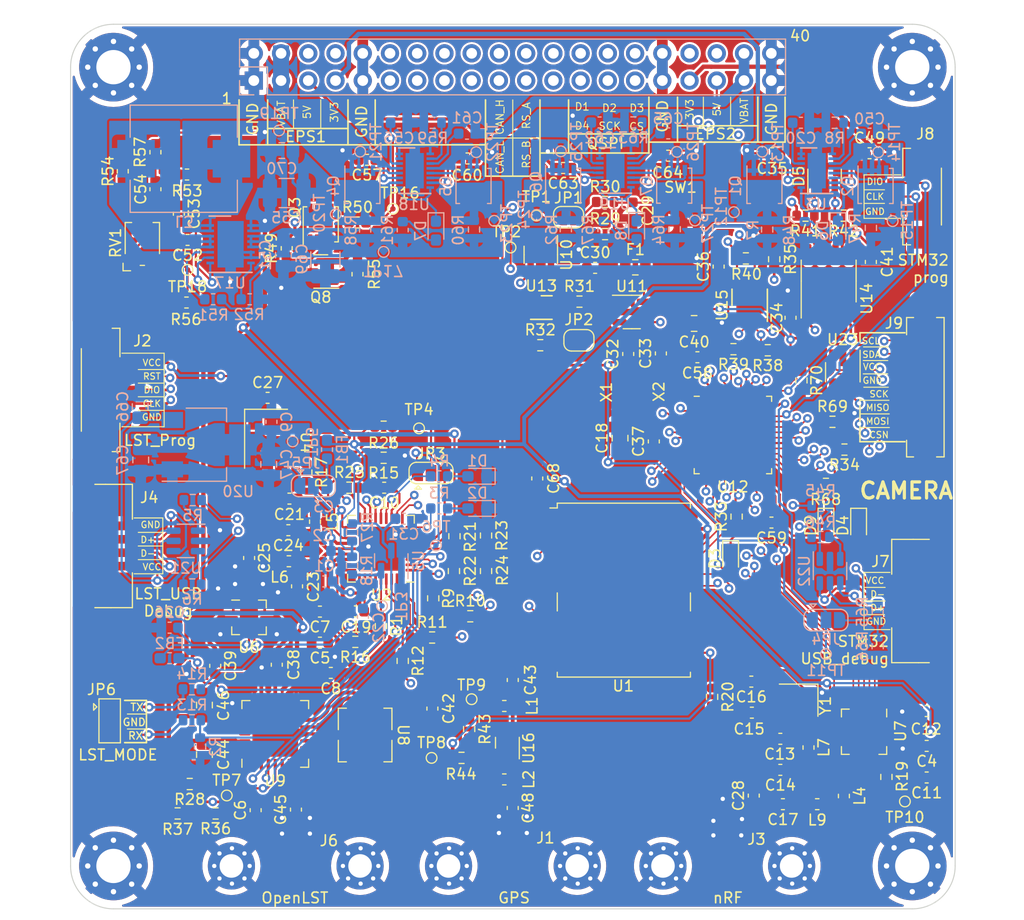
<source format=kicad_pcb>
(kicad_pcb (version 20211014) (generator pcbnew)

  (general
    (thickness 0.986)
  )

  (paper "A4")
  (layers
    (0 "F.Cu" power)
    (1 "In1.Cu" mixed)
    (2 "In2.Cu" mixed)
    (31 "B.Cu" power)
    (32 "B.Adhes" user "B.Adhesive")
    (33 "F.Adhes" user "F.Adhesive")
    (34 "B.Paste" user)
    (35 "F.Paste" user)
    (36 "B.SilkS" user "B.Silkscreen")
    (37 "F.SilkS" user "F.Silkscreen")
    (38 "B.Mask" user)
    (39 "F.Mask" user)
    (40 "Dwgs.User" user "User.Drawings")
    (41 "Cmts.User" user "User.Comments")
    (42 "Eco1.User" user "User.Eco1")
    (43 "Eco2.User" user "User.Eco2")
    (44 "Edge.Cuts" user)
    (45 "Margin" user)
    (46 "B.CrtYd" user "B.Courtyard")
    (47 "F.CrtYd" user "F.Courtyard")
    (48 "B.Fab" user)
    (49 "F.Fab" user)
    (50 "User.1" user)
    (51 "User.2" user)
    (52 "User.3" user)
    (53 "User.4" user)
    (54 "User.5" user)
    (55 "User.6" user)
    (56 "User.7" user)
    (57 "User.8" user)
    (58 "User.9" user)
  )

  (setup
    (stackup
      (layer "F.SilkS" (type "Top Silk Screen"))
      (layer "F.Paste" (type "Top Solder Paste"))
      (layer "F.Mask" (type "Top Solder Mask") (thickness 0.01))
      (layer "F.Cu" (type "copper") (thickness 0.018))
      (layer "dielectric 1" (type "core") (thickness 0.175) (material "FR4") (epsilon_r 4.5) (loss_tangent 0.02))
      (layer "In1.Cu" (type "copper") (thickness 0.035))
      (layer "dielectric 2" (type "prepreg") (thickness 0.51) (material "FR4") (epsilon_r 4.5) (loss_tangent 0.02))
      (layer "In2.Cu" (type "copper") (thickness 0.035))
      (layer "dielectric 3" (type "core") (thickness 0.175) (material "FR4") (epsilon_r 4.5) (loss_tangent 0.02))
      (layer "B.Cu" (type "copper") (thickness 0.018))
      (layer "B.Mask" (type "Bottom Solder Mask") (thickness 0.01))
      (layer "B.Paste" (type "Bottom Solder Paste"))
      (layer "B.SilkS" (type "Bottom Silk Screen"))
      (copper_finish "None")
      (dielectric_constraints no)
    )
    (pad_to_mask_clearance 0)
    (pcbplotparams
      (layerselection 0x00010fc_ffffffff)
      (disableapertmacros false)
      (usegerberextensions false)
      (usegerberattributes true)
      (usegerberadvancedattributes true)
      (creategerberjobfile true)
      (svguseinch false)
      (svgprecision 6)
      (excludeedgelayer true)
      (plotframeref false)
      (viasonmask false)
      (mode 1)
      (useauxorigin false)
      (hpglpennumber 1)
      (hpglpenspeed 20)
      (hpglpendiameter 15.000000)
      (dxfpolygonmode true)
      (dxfimperialunits true)
      (dxfusepcbnewfont true)
      (psnegative false)
      (psa4output false)
      (plotreference true)
      (plotvalue true)
      (plotinvisibletext false)
      (sketchpadsonfab false)
      (subtractmaskfromsilk false)
      (outputformat 1)
      (mirror false)
      (drillshape 1)
      (scaleselection 1)
      (outputdirectory "")
    )
  )

  (net 0 "")
  (net 1 "Net-(C1-Pad1)")
  (net 2 "GND")
  (net 3 "+3V3")
  (net 4 "/OpenLST (Beacon)/PA_VAPC")
  (net 5 "+3V8")
  (net 6 "/OpenLST (Beacon)/VDD_USB_LST")
  (net 7 "Net-(C12-Pad1)")
  (net 8 "Net-(C13-Pad2)")
  (net 9 "Net-(C15-Pad1)")
  (net 10 "Net-(C16-Pad1)")
  (net 11 "Net-(C17-Pad1)")
  (net 12 "Net-(C17-Pad2)")
  (net 13 "/MCU/MCU_POWER")
  (net 14 "Net-(C19-Pad1)")
  (net 15 "/3V3 power share/VCC_EN")
  (net 16 "Net-(C21-Pad2)")
  (net 17 "Net-(C22-Pad1)")
  (net 18 "Net-(C23-Pad2)")
  (net 19 "Net-(C24-Pad1)")
  (net 20 "Net-(C24-Pad2)")
  (net 21 "Net-(C25-Pad2)")
  (net 22 "Net-(C26-Pad1)")
  (net 23 "Net-(C29-Pad1)")
  (net 24 "/3V3 power share/EPS#1")
  (net 25 "Net-(C35-Pad2)")
  (net 26 "Net-(C38-Pad1)")
  (net 27 "Net-(C38-Pad2)")
  (net 28 "Net-(C39-Pad1)")
  (net 29 "Net-(C39-Pad2)")
  (net 30 "/MCU/VREF")
  (net 31 "Net-(C42-Pad1)")
  (net 32 "Net-(C43-Pad1)")
  (net 33 "Net-(C43-Pad2)")
  (net 34 "Net-(C45-Pad1)")
  (net 35 "Net-(C45-Pad2)")
  (net 36 "Net-(C48-Pad1)")
  (net 37 "Net-(C48-Pad2)")
  (net 38 "Net-(C49-Pad1)")
  (net 39 "/3V3 power share/EPS#2")
  (net 40 "Net-(C50-Pad1)")
  (net 41 "VIN")
  (net 42 "Net-(C52-Pad1)")
  (net 43 "Net-(C52-Pad2)")
  (net 44 "Net-(C53-Pad1)")
  (net 45 "Net-(C54-Pad1)")
  (net 46 "/Power Convertor/VBAT1/VCC_EN")
  (net 47 "/Power Convertor/EPS#1_VBAT")
  (net 48 "Net-(C57-Pad2)")
  (net 49 "Net-(C60-Pad1)")
  (net 50 "/Power Convertor/EPS#2_VBAT")
  (net 51 "Net-(C61-Pad1)")
  (net 52 "/5V power share/VCC_EN")
  (net 53 "/5V power share/EPS#1")
  (net 54 "Net-(C63-Pad2)")
  (net 55 "Net-(C64-Pad1)")
  (net 56 "/5V power share/EPS#2")
  (net 57 "Net-(C65-Pad1)")
  (net 58 "/OpenLST (Beacon)/USB_POWER_LST")
  (net 59 "Net-(D1-Pad2)")
  (net 60 "Net-(D2-Pad2)")
  (net 61 "Net-(D3-Pad1)")
  (net 62 "Net-(D4-Pad1)")
  (net 63 "/MCU/CAN_L")
  (net 64 "/MCU/CAN_H")
  (net 65 "Net-(D6-Pad1)")
  (net 66 "Net-(D6-Pad2)")
  (net 67 "Net-(D7-Pad1)")
  (net 68 "Net-(D7-Pad2)")
  (net 69 "Net-(D8-Pad1)")
  (net 70 "Net-(D8-Pad2)")
  (net 71 "Net-(D9-Pad1)")
  (net 72 "Net-(F1-Pad2)")
  (net 73 "Net-(FB1-Pad1)")
  (net 74 "/OpenLST (Beacon)/PROG_DD")
  (net 75 "/OpenLST (Beacon)/PROG_DC")
  (net 76 "/OpenLST (Beacon)/~{LST_RESET}")
  (net 77 "/MCU/USB_POWER")
  (net 78 "/MCU/SWCLK")
  (net 79 "/MCU/SWDIO")
  (net 80 "/MCU/QSPI_D1{slash}CAM_CSN")
  (net 81 "/MCU/QSPI_D2{slash}CAM_MOSI")
  (net 82 "/MCU/QSPI_D3{slash}CAM_MISO")
  (net 83 "/MCU/CAM_SCK")
  (net 84 "+5V")
  (net 85 "/I2C_SDA")
  (net 86 "/I2C_SCL")
  (net 87 "unconnected-(J12-Pad6)")
  (net 88 "unconnected-(J12-Pad8)")
  (net 89 "unconnected-(J12-Pad11)")
  (net 90 "unconnected-(J12-Pad12)")
  (net 91 "unconnected-(J12-Pad13)")
  (net 92 "unconnected-(J12-Pad14)")
  (net 93 "unconnected-(J12-Pad15)")
  (net 94 "unconnected-(J12-Pad16)")
  (net 95 "unconnected-(J12-Pad17)")
  (net 96 "unconnected-(J12-Pad18)")
  (net 97 "/MCU/RS_485_~{B}")
  (net 98 "/MCU/RS_485_A")
  (net 99 "unconnected-(J12-Pad23)")
  (net 100 "unconnected-(J12-Pad24)")
  (net 101 "/MCU/QSPI_D0")
  (net 102 "/MCU/QSPI_SCK")
  (net 103 "/MCU/QSPI_NCS")
  (net 104 "unconnected-(J12-Pad34)")
  (net 105 "unconnected-(J12-Pad36)")
  (net 106 "Net-(JP1-Pad1)")
  (net 107 "/MCU/NRST")
  (net 108 "Net-(JP2-Pad1)")
  (net 109 "Net-(JP2-Pad2)")
  (net 110 "/OpenLST (Beacon)/RF_EN")
  (net 111 "/OpenLST (Beacon)/RF_EN_MCU")
  (net 112 "/OpenLST (Beacon)/RF_PWR_EN")
  (net 113 "Net-(JP4-Pad3)")
  (net 114 "/MCU/VDD_USB")
  (net 115 "Net-(L3-Pad1)")
  (net 116 "Net-(L3-Pad2)")
  (net 117 "Net-(L4-Pad1)")
  (net 118 "Net-(L4-Pad2)")
  (net 119 "Net-(Q1-Pad5)")
  (net 120 "Net-(Q1-Pad4)")
  (net 121 "Net-(Q2-Pad4)")
  (net 122 "Net-(Q2-Pad5)")
  (net 123 "Net-(Q3-Pad4)")
  (net 124 "Net-(Q3-Pad5)")
  (net 125 "Net-(Q4-Pad5)")
  (net 126 "Net-(Q4-Pad4)")
  (net 127 "Net-(Q5-Pad4)")
  (net 128 "Net-(Q5-Pad5)")
  (net 129 "Net-(Q6-Pad5)")
  (net 130 "Net-(Q6-Pad4)")
  (net 131 "Net-(Q7-Pad4)")
  (net 132 "Net-(Q7-Pad5)")
  (net 133 "/OpenLST (Beacon)/~{LST_RX_MODE}")
  (net 134 "/OpenLST (Beacon)/LST_TX_MODE")
  (net 135 "Net-(R3-Pad2)")
  (net 136 "Net-(R4-Pad2)")
  (net 137 "Net-(R5-Pad1)")
  (net 138 "/OpenLST (Beacon)/USB_N")
  (net 139 "/OpenLST (Beacon)/USB_P")
  (net 140 "Net-(R6-Pad2)")
  (net 141 "Net-(R8-Pad2)")
  (net 142 "Net-(R9-Pad1)")
  (net 143 "/OpenLST (Beacon)/UART0_CTS")
  (net 144 "Net-(R10-Pad1)")
  (net 145 "/OpenLST (Beacon)/UART0_RTS")
  (net 146 "Net-(R11-Pad1)")
  (net 147 "/OpenLST (Beacon)/UART0_RX")
  (net 148 "Net-(R12-Pad1)")
  (net 149 "/OpenLST (Beacon)/UART0_TX")
  (net 150 "Net-(R15-Pad2)")
  (net 151 "Net-(R16-Pad2)")
  (net 152 "Net-(R17-Pad1)")
  (net 153 "Net-(R17-Pad2)")
  (net 154 "Net-(R19-Pad2)")
  (net 155 "/OpenLST (Beacon)/AN0")
  (net 156 "/OpenLST (Beacon)/AN1")
  (net 157 "Net-(R25-Pad2)")
  (net 158 "/OpenLST (Beacon)/RF_BYP")
  (net 159 "Net-(R32-Pad1)")
  (net 160 "/MCU/LED2")
  (net 161 "/MCU/CAN_RS")
  (net 162 "/MCU/RS_485_R_EN")
  (net 163 "/MCU/RS_485_T_EN")
  (net 164 "Net-(R43-Pad2)")
  (net 165 "Net-(R44-Pad1)")
  (net 166 "Net-(R44-Pad2)")
  (net 167 "Net-(R45-Pad1)")
  (net 168 "/MCU/USB_N")
  (net 169 "/MCU/USB_P")
  (net 170 "Net-(R46-Pad2)")
  (net 171 "Net-(R51-Pad2)")
  (net 172 "Net-(R52-Pad1)")
  (net 173 "Net-(R54-Pad2)")
  (net 174 "Net-(R59-Pad2)")
  (net 175 "Net-(R63-Pad2)")
  (net 176 "unconnected-(U1-Pad1)")
  (net 177 "unconnected-(U1-Pad3)")
  (net 178 "/GPS Module/IRQ")
  (net 179 "unconnected-(U1-Pad5)")
  (net 180 "unconnected-(U1-Pad6)")
  (net 181 "/GPS Module/RESET")
  (net 182 "unconnected-(U1-Pad15)")
  (net 183 "unconnected-(U1-Pad16)")
  (net 184 "unconnected-(U1-Pad17)")
  (net 185 "/GPS Module/TXD")
  (net 186 "/GPS Module/RXD")
  (net 187 "unconnected-(U2-Pad8)")
  (net 188 "unconnected-(U2-Pad18)")
  (net 189 "unconnected-(U2-Pad20)")
  (net 190 "/MCU/NRF_CE")
  (net 191 "/MCU/NRF_SPI_CSN")
  (net 192 "/MCU/NRF_SPI_SCK")
  (net 193 "/MCU/NRF_SPI_MOSI")
  (net 194 "/MCU/NRF_SPI_MISO")
  (net 195 "/MCU/NRF_IRQ")
  (net 196 "Net-(U8-Pad2)")
  (net 197 "Net-(U8-Pad6)")
  (net 198 "unconnected-(U9-Pad14)")
  (net 199 "unconnected-(U9-Pad16)")
  (net 200 "unconnected-(U9-Pad25)")
  (net 201 "unconnected-(U10-Pad3)")
  (net 202 "/MCU/WDG_RESET")
  (net 203 "unconnected-(U11-Pad3)")
  (net 204 "unconnected-(U12-Pad1)")
  (net 205 "/MCU/LSE")
  (net 206 "/MCU/HSE")
  (net 207 "/MCU/CAN_RX")
  (net 208 "/MCU/CAN_TX")
  (net 209 "unconnected-(U13-Pad3)")
  (net 210 "/MCU/RS_485_R")
  (net 211 "/MCU/RS_485_T")
  (net 212 "unconnected-(U15-Pad7)")
  (net 213 "Net-(JP6-Pad3)")
  (net 214 "/camera/CAM_VCC")
  (net 215 "Net-(R70-Pad1)")
  (net 216 "Net-(J4-Pad2)")
  (net 217 "Net-(J4-Pad3)")
  (net 218 "Net-(J7-Pad2)")
  (net 219 "Net-(J7-Pad3)")
  (net 220 "Net-(JP6-Pad1)")
  (net 221 "unconnected-(X1-Pad1)")

  (footprint "Capacitor_SMD:C_0805_2012Metric_Pad1.18x1.45mm_HandSolder" (layer "F.Cu") (at 143.1544 71.9044))

  (footprint "TCY_Buttons:KMT031NGJLHS" (layer "F.Cu") (at 141.8844 61.5881))

  (footprint "Resistor_SMD:R_0603_1608Metric" (layer "F.Cu") (at 98.5276 117.602))

  (footprint "Resistor_SMD:R_0603_1608Metric" (layer "F.Cu") (at 157.099 61.849 180))

  (footprint "Package_DFN_QFN:QFN-20-1EP_4x4mm_P0.5mm_EP2.5x2.5mm" (layer "F.Cu") (at 159.004 109.982 -90))

  (footprint "MountingHole:MountingHole_3.2mm_M3_Pad_Via" (layer "F.Cu") (at 163.5 122.5))

  (footprint "Resistor_SMD:R_0603_1608Metric" (layer "F.Cu") (at 120.8024 91.7448 90))

  (footprint "Capacitor_SMD:C_0603_1608Metric" (layer "F.Cu") (at 98.4905 103.8352 -90))

  (footprint "Resistor_SMD:R_0603_1608Metric" (layer "F.Cu") (at 147.9804 65.8368 180))

  (footprint "Inductor_SMD:L_0603_1608Metric" (layer "F.Cu") (at 107.797059 90.391207 -90))

  (footprint "Resistor_SMD:R_0603_1608Metric" (layer "F.Cu") (at 121.4628 112.4204))

  (footprint "MountingHole:MountingHole_3.2mm_M3_Pad_Via" (layer "F.Cu") (at 89 48))

  (footprint "Capacitor_SMD:C_0603_1608Metric" (layer "F.Cu") (at 105.41 88.2396))

  (footprint "TCY_Connector:Amphenol 10114830-11104LF 1x04 Vertical" (layer "F.Cu") (at 88.265 92.6592 -90))

  (footprint "Capacitor_SMD:C_0603_1608Metric" (layer "F.Cu") (at 128.524 86.36 90))

  (footprint "Capacitor_SMD:C_0603_1608Metric" (layer "F.Cu") (at 152.146 71.374 90))

  (footprint "Resistor_SMD:R_0603_1608Metric" (layer "F.Cu") (at 153.162 77.216 -90))

  (footprint "Capacitor_SMD:C_0603_1608Metric" (layer "F.Cu") (at 114.2492 87.2236 180))

  (footprint "Inductor_SMD:L_0603_1608Metric" (layer "F.Cu") (at 125.45 114.427 180))

  (footprint "RF_GPS:ublox_NEO" (layer "F.Cu") (at 136.6012 96.774))

  (footprint "Package_TO_SOT_SMD:SOT-23-6_Handsoldering" (layer "F.Cu") (at 157.0228 76.454 -90))

  (footprint "Capacitor_SMD:C_0603_1608Metric" (layer "F.Cu") (at 108.2548 98.7792 180))

  (footprint "Inductor_SMD:L_0603_1608Metric" (layer "F.Cu") (at 105.156 64.897 90))

  (footprint "Resistor_SMD:R_0603_1608Metric" (layer "F.Cu") (at 161.0868 114.1984 90))

  (footprint "Jumper:SolderJumper-2_P1.3mm_Open_RoundedPad1.0x1.5mm" (layer "F.Cu") (at 132.4108 73.4753 180))

  (footprint "Capacitor_SMD:C_0603_1608Metric" (layer "F.Cu") (at 118.745 107.823 -90))

  (footprint "Jumper:SolderJumper-2_P1.3mm_Open_RoundedPad1.0x1.5mm" (layer "F.Cu") (at 131.4456 61.9945))

  (footprint "Inductor_SMD:L_0603_1608Metric" (layer "F.Cu") (at 95.8596 58.0136))

  (footprint "Capacitor_SMD:C_0603_1608Metric" (layer "F.Cu") (at 133.9218 66.7189))

  (footprint "Capacitor_SMD:C_0603_1608Metric" (layer "F.Cu") (at 126.24 105.156 -90))

  (footprint "Capacitor_SMD:C_0603_1608Metric" (layer "F.Cu") (at 151.1938 113.538))

  (footprint "MountingHole:MountingHole_3.2mm_M3_Pad_Via" (layer "F.Cu") (at 163.5 48))

  (footprint "Resistor_SMD:R_0603_1608Metric" (layer "F.Cu") (at 111.5568 101.6 180))

  (footprint "Resistor_SMD:R_0603_1608Metric" (layer "F.Cu") (at 118.8212 97.536 -90))

  (footprint "Resistor_SMD:R_0603_1608Metric" (layer "F.Cu") (at 134.8492 60.5721))

  (footprint "Resistor_SMD:R_0603_1608Metric" (layer "F.Cu") (at 157.1752 83.6676 180))

  (footprint "Capacitor_SMD:C_0603_1608Metric" (layer "F.Cu") (at 122.0216 56.515))

  (footprint "TCY_Connector:TestPoint_Pad_D0.5mm" (layer "F.Cu") (at 122.4026 106.947))

  (footprint "Resistor_SMD:R_0603_1608Metric" (layer "F.Cu") (at 123.7488 94.996 90))

  (footprint "Resistor_SMD:R_0603_1608Metric" (layer "F.Cu") (at 115.9764 103.378 -90))

  (footprint "Capacitor_SMD:C_0603_1608Metric" (layer "F.Cu") (at 139.3952 82.9056 90))

  (footprint "Resistor_SMD:R_0603_1608Metric" (layer "F.Cu") (at 110.998 87.2236))

  (footprint "Resistor_SMD:R_0603_1608Metric" (layer "F.Cu") (at 113.9444 100.1268 90))

  (footprint "footprints:iPEX" (layer "F.Cu") (at 146.25 122.5 180))

  (footprint "Capacitor_SMD:C_0603_1608Metric" (layer "F.Cu") (at 148.717 115.938 90))

  (footprint "Capacitor_SMD:C_0603_1608Metric" (layer "F.Cu") (at 164.846 114.2492 180))

  (footprint "Capacitor_SMD:C_0603_1608Metric" (layer "F.Cu") (at 112.649 56.642))

  (footprint "Inductor_SMD:L_0603_1608Metric" (layer "F.Cu") (at 153.8224 111.4552 -90))

  (footprint "Capacitor_SMD:C_0603_1608Metric" (layer "F.Cu") (at 137.414 61.3849 -90))

  (footprint "Capacitor_SMD:C_0603_1608Metric" (layer "F.Cu") (at 159.517223 56.0263))

  (footprint "Resistor_SMD:R_0603_1608Metric" (layer "F.Cu") (at 144.8308 106.7308 90))

  (footprint "Resistor_SMD:R_0603_1608Metric" (layer "F.Cu") (at 120.7516 94.996 90))

  (footprint "footprints:iPEX" (layer "F.Cu") (at 106 122.5 180))

  (footprint "Capacitor_SMD:C_0603_1608Metric" (layer "F.Cu") (at 105.3084 91.186 180))

  (footprint "TCY_Connector:TestPoint_Pad_D0.5mm" (layer "F.Cu") (at 117.5004 81.6864))

  (footprint "Package_DFN_QFN:DFN-10-1EP_3x3mm_P0.5mm_EP1.55x2.48mm" (layer "F.Cu")
    (tedit 5EA4BECA) (tstamp 64263d5c-9427-4c92-a73a-afe8e63e20fb)
    (at 148.336 70.2056 90)
    (descr "10-Lead Plastic Dual Flat, No Lead Package (MF) - 3x3x0.9 mm Body [DFN] (see Microchip Packaging Specification 00000049BS.pdf)")
    (tags "DFN 0.5")
    (property "Sheetfile" "mcu_comm.kicad_sch")
    (property "Sheetname" "MCU")
    (path "/81a5172c-b171-400d-8856-41d6e486bdd1/a66e8b44-b972-4f7b-ba80-f64e58de1944")
    (attr smd)
    (fp_text reference "U15" (at 0 -2.575 90) (layer "F.SilkS")
      (effects (font (size 1 1) (thickness 0.15)))
      (tstamp af58d6aa-33e4-4da2-8ea3-2304125e31c0)
    )
    (fp_text value "MAX13430ETB+" (at 0 2.575 90) (layer "F.Fab")
      (effects (font (size 1 1) (thickness 0.15)))
      (tstamp 94937ca0-c1d9-424d-88cf-010fb503f8a5)
    )
    (fp_text user "${REFERENCE}" (at 0 0 90) (layer "F.Fab")
      (effects (font (size 0.7 0.7) (thickness 0.105)))
      (tstamp 67a55320-79e2-4952-9d6a-671cbdcfc9f7)
    )
    (fp_line (start -1.5 1.65) (end 1.5 1.65) (layer "F.SilkS") (width 0.15) (tstamp 47b3834c-8a87-4af3-9143-c88b9cd89304))
    (fp_line (start 0 -1.65) (end 1.5 -1.65) (layer "F.SilkS") (width 0.15) (tstamp adc74667-5dec-4b95-9d35-ffc7db9ad260))
    (fp_line (start -2.15 -1.85) (end -2.15 1.85) (layer "F.CrtYd") (width 0.05) (tstamp 20c401b1-c1bb-42cd-8ef2-fd89663a6cf3))
    (fp_line (start -2.15 1.85) (end 2.15 1.85) (layer "F.CrtYd") (width 0.05) (tstamp a7098063-91db-4dae-8c97-631051e8de0e))
    (fp_line (start 2.15 -1.85) (end 2.15 1.85) (layer "F.CrtYd") (width 0.05) (tstamp d1594cc0-0357-4de5-8d76-bb3a044297b2))
    (fp_line (start -2.15 -1.85) (end 2.15 -1.85) (layer "F.CrtYd") (width 0.05) (tstamp d500cfb3-be5f-4c90-8432-d0e5e29eda2a))
    (fp_line (start -1.5 -0.5) (end -0.5 -1.5) (layer "F.Fab") (width 0.15) (tstamp 4013842c-f594-4f18-a07a-785be971cdaf))
    (fp_line (start -1.5 1.5) (end -1.5 -0.5) (layer "F.Fab") (width 0.15) (tstamp 68cc97a1-6c76-411f-a28b-36162918d55d))
    (fp_line (start 1.5 1.5) (end -1.5 1.5) (layer "F.Fab") (width 0.15) (tstamp 6a2b63d3-b52c-4af8-b72e-63fe811d3d24))
    (fp_line (start 1.5 -1.5) (end 1.5 1.5) (layer "F.Fab") (width 0.15) (tstamp b6b0b082-3ad5-486d-9247-7e4db31838ef))
    (fp_line (start -0.5 -1.5) (end 1.5 -1.5) (layer "F.Fab") (width 0.15) (tstamp c40a33aa-f777-4109-9efd-12123c039897))
    (pad "" smd rect locked (at 0.3875 0.62 90) (size 0.6 1.05) (layers "F.Paste") (tstamp 13432df8-5be2-422d-b431-13bedccbff4d))
    (pad "" smd rect locked (at -0.3875 -0.62 90) (size 0.6 1.05) (layers "F.Paste") (tstamp 4be9d67c-a6f3-435e-8133-0f53bd74a878))
    (pad "" smd rect locked (at -0.3875 0.62 90) (size 0.6 1.05) (layers "F.Paste") (tstamp 5d69c2f3-acbd-4c54-bda2-b7785c2010cf))
    (pad "" smd rect locked (at 0.3875 -0.62
... [3724315 chars truncated]
</source>
